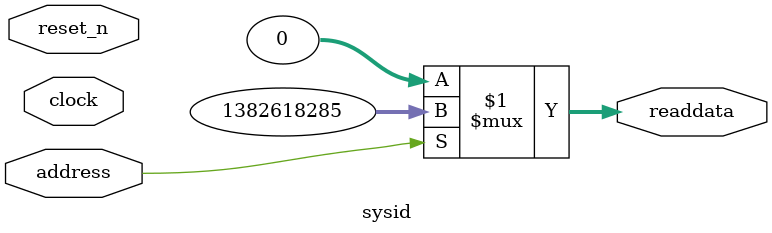
<source format=v>

`timescale 1ns / 1ps
// synthesis translate_on

// turn off superfluous verilog processor warnings 
// altera message_level Level1 
// altera message_off 10034 10035 10036 10037 10230 10240 10030 

module sysid (
               // inputs:
                address,
                clock,
                reset_n,

               // outputs:
                readdata
             )
;

  output  [ 31: 0] readdata;
  input            address;
  input            clock;
  input            reset_n;

  wire    [ 31: 0] readdata;
  //control_slave, which is an e_avalon_slave
  assign readdata = address ? 1382618285 : 0;

endmodule


</source>
